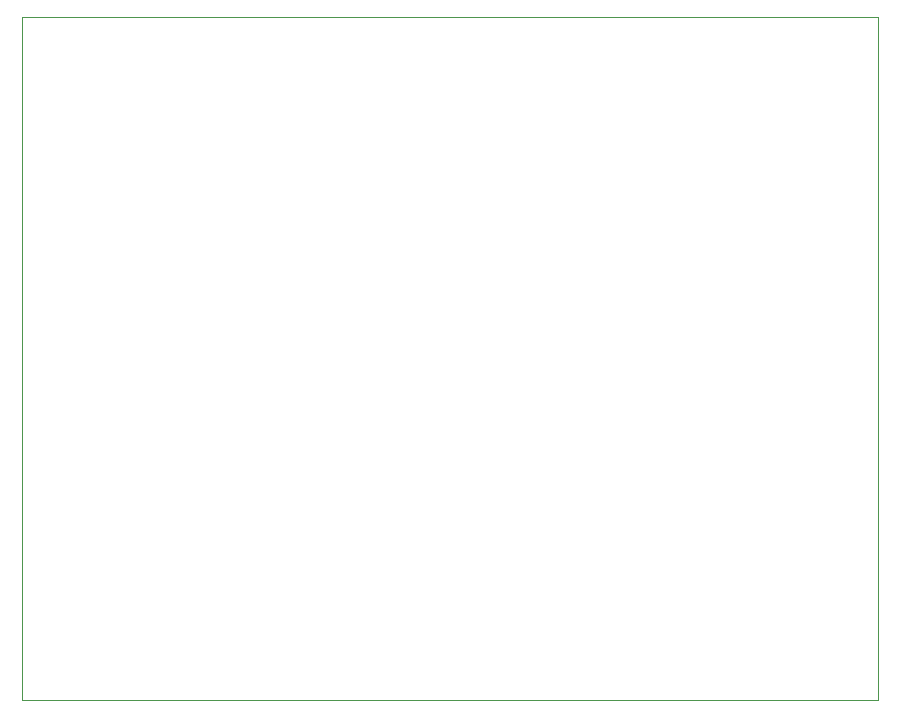
<source format=gko>
%TF.GenerationSoftware,KiCad,Pcbnew,(7.0.0)*%
%TF.CreationDate,2023-06-21T13:52:30-07:00*%
%TF.ProjectId,MusselGapeTracker_RevG,4d757373-656c-4476-9170-65547261636b,rev?*%
%TF.SameCoordinates,Original*%
%TF.FileFunction,Profile,NP*%
%FSLAX46Y46*%
G04 Gerber Fmt 4.6, Leading zero omitted, Abs format (unit mm)*
G04 Created by KiCad (PCBNEW (7.0.0)) date 2023-06-21 13:52:30*
%MOMM*%
%LPD*%
G01*
G04 APERTURE LIST*
%TA.AperFunction,Profile*%
%ADD10C,0.050000*%
%TD*%
G04 APERTURE END LIST*
D10*
X97980500Y-133947100D02*
X170472100Y-133947100D01*
X97980500Y-76162100D02*
X97980500Y-133947100D01*
X170472400Y-133949400D02*
X170472400Y-76164400D01*
X170472100Y-76162100D02*
X97980500Y-76162100D01*
M02*

</source>
